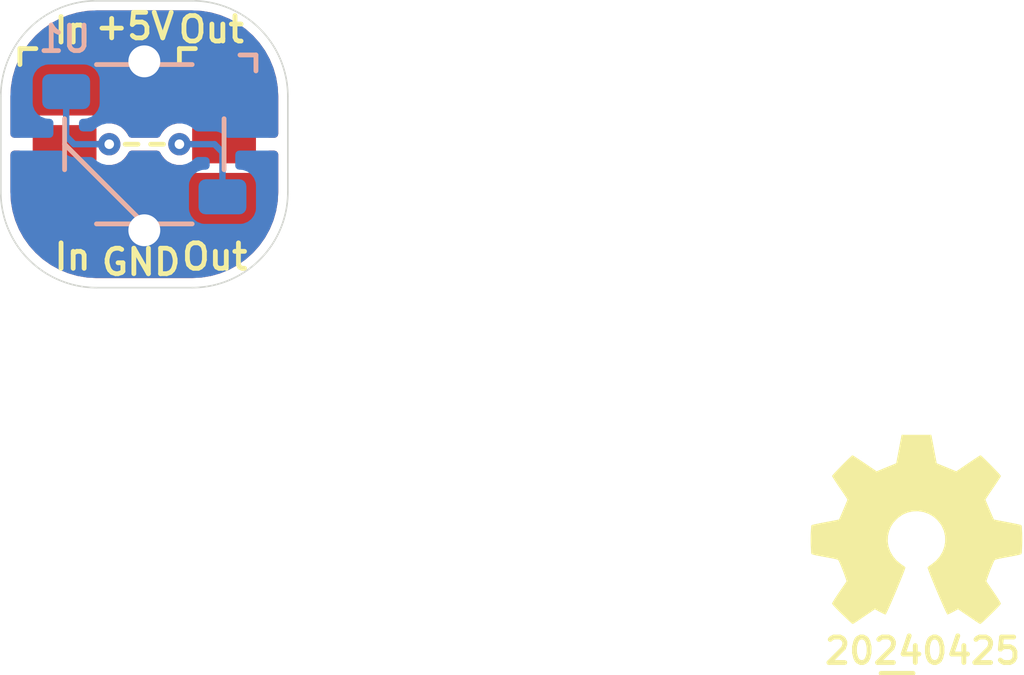
<source format=kicad_pcb>
(kicad_pcb (version 20221018) (generator pcbnew)
  (layers (0 "F.Cu" mixed) (31 "B.Cu" mixed) (34 "B.Paste" user) (35 "F.Paste" user) (36 "B.SilkS" user "B.Silkscreen") (37 "F.SilkS" user "F.Silkscreen") (38 "B.Mask" user) (39 "F.Mask" user) (44 "Edge.Cuts" user))
  (net 0 "")
  (net 1 "VDD")
  (net 2 "/In")
  (net 3 "VSS")
  (net 4 "/Out")
  (footprint "SquantorLabels:Label_Generic" (layer "F.Cu") (at 138.1 91.5)
    (fp_text reference "N1" hide)
    (fp_text value "20240425" (at 0.8 -0.1) (layer "F.SilkS") (effects (font (size 0.8 0.8))))
    (fp_line (start -0.5 0.6) (end 0.5 0.6) (stroke (width 0.15)) (layer "F.SilkS"))
  )
  (footprint "Symbol:OSHW-Symbol_6.7x6mm_SilkScreen" (layer "F.Cu") (at 138.7 87.6)
    (fp_text reference "N2" hide)
    (fp_text value "OHWLOGO" hide)
    (fp_poly (pts (xy 0.555814 -2.531069) (xy 0.639635 -2.086445) (xy 0.94892 -1.958947) (xy 1.258206 -1.831449) (xy 1.629246 -2.083754) (xy 1.733157 -2.154004) (xy 1.827087 -2.216728) (xy 1.906652 -2.269062) (xy 1.96747 -2.308143) (xy 2.005157 -2.331107) (xy 2.015421 -2.336058) (xy 2.03391 -2.323324) (xy 2.07342 -2.288118) (xy 2.129522 -2.234938) (xy 2.197787 -2.168282) (xy 2.273786 -2.092646) (xy 2.353092 -2.012528) (xy 2.431275 -1.932426) (xy 2.503907 -1.856836) (xy 2.566559 -1.790255) (xy 2.614803 -1.737182) (xy 2.64421 -1.702113) (xy 2.651241 -1.690377) (xy 2.641123 -1.66874) (xy 2.612759 -1.621338) (xy 2.569129 -1.552807) (xy 2.513218 -1.467785) (xy 2.448006 -1.370907) (xy 2.410219 -1.31565) (xy 2.341343 -1.214752) (xy 2.28014 -1.123701) (xy 2.229578 -1.04703) (xy 2.192628 -0.989272) (xy 2.172258 -0.954957) (xy 2.169197 -0.947746) (xy 2.176136 -0.927252) (xy 2.195051 -0.879487) (xy 2.223087 -0.811168) (xy 2.257391 -0.729011) (xy 2.295109 -0.63973) (xy 2.333387 -0.550042) (xy 2.36937 -0.466662) (xy 2.400206 -0.396306) (xy 2.423039 -0.34569) (xy 2.435017 -0.321529) (xy 2.435724 -0.320578) (xy 2.454531 -0.315964) (xy 2.504618 -0.305672) (xy 2.580793 -0.290713) (xy 2.677865 -0.272099) (xy 2.790643 -0.250841) (xy 2.856442 -0.238582) (xy 2.97695 -0.215638) (xy 3.085797 -0.193805) (xy 3.177476 -0.174278) (xy 3.246481 -0.158252) (xy 3.287304 -0.146921) (xy 3.295511 -0.143326) (xy 3.303548 -0.118994) (xy 3.310033 -0.064041) (xy 3.31497 0.015108) (xy 3.318364 0.112026) (xy 3.320218 0.220287) (xy 3.320538 0.333465) (xy 3.319327 0.445135) (xy 3.31659 0.548868) (xy 3.312331 0.638241) (xy 3.306555 0.706826) (xy 3.299267 0.748197) (xy 3.294895 0.75681) (xy 3.268764 0.767133) (xy 3.213393 0.781892) (xy 3.136107 0.799352) (xy 3.04423 0.81778) (xy 3.012158 0.823741) (xy 2.857524 0.852066) (xy 2.735375 0.874876) (xy 2.641673 0.89308) (xy 2.572384 0.907583) (xy 2.523471 0.919292) (xy 2.490897 0.929115) (xy 2.470628 0.937956) (xy 2.458626 0.946724) (xy 2.456947 0.948457) (xy 2.440184 0.976371) (xy 2.414614 1.030695) (xy 2.382788 1.104777) (xy 2.34726 1.191965) (xy 2.310583 1.285608) (xy 2.275311 1.379052) (xy 2.243996 1.465647) (xy 2.219193 1.53874) (xy 2.203454 1.591678) (xy 2.199332 1.617811) (xy 2.199676 1.618726) (xy 2.213641 1.640086) (xy 2.245322 1.687084) (xy 2.291391 1.754827) (xy 2.348518 1.838423) (xy 2.413373 1.932982) (xy 2.431843 1.959854) (xy 2.497699 2.057275) (xy 2.55565 2.146163) (xy 2.602538 2.221412) (xy 2.635207 2.27792) (xy 2.6505 2.310581) (xy 2.651241 2.314593) (xy 2.638392 2.335684) (xy 2.602888 2.377464) (xy 2.549293 2.435445) (xy 2.482171 2.505135) (xy 2.406087 2.582045) (xy 2.325604 2.661683) (xy 2.245287 2.739561) (xy 2.169699 2.811186) (xy 2.103405 2.87207) (xy 2.050969 2.917721) (xy 2.016955 2.94365) (xy 2.007545 2.947883) (xy 1.985643 2.937912) (xy 1.9408 2.91102) (xy 1.880321 2.871736) (xy 1.833789 2.840117) (xy 1.749475 2.782098) (xy 1.649626 2.713784) (xy 1.549473 2.645579) (xy 1.495627 2.609075) (xy 1.313371 2.4858) (xy 1.160381 2.56852) (xy 1.090682 2.604759) (xy 1.031414 2.632926) (xy 0.991311 2.648991) (xy 0.981103 2.651226) (xy 0.968829 2.634722) (xy 0.944613 2.588082) (xy 0.910263 2.515609) (xy 0.867588 2.421606) (xy 0.818394 2.310374) (xy 0.76449 2.186215) (xy 0.707684 2.053432) (xy 0.649782 1.916327) (xy 0.592593 1.779202) (xy 0.537924 1.646358) (xy 0.487584 1.522098) (xy 0.44338 1.410725) (xy 0.407119 1.316539) (xy 0.380609 1.243844) (xy 0.365658 1.196941) (xy 0.363254 1.180833) (xy 0.382311 1.160286) (xy 0.424036 1.126933) (xy 0.479706 1.087702) (xy 0.484378 1.084599) (xy 0.628264 0.969423) (xy 0.744283 0.835053) (xy 0.83143 0.685784) (xy 0.888699 0.525913) (xy 0.915086 0.359737) (xy 0.909585 0.191552) (xy 0.87119 0.025655) (xy 0.798895 -0.133658) (xy 0.777626 -0.168513) (xy 0.666996 -0.309263) (xy 0.536302 -0.422286) (xy 0.390064 -0.506997) (xy 0.232808 -0.562806) (xy 0.069057 -0.589126) (xy -0.096667 -0.58537) (xy -0.259838 -0.55095) (xy -0.415935 -0.485277) (xy -0.560433 -0.387765) (xy -0.605131 -0.348187) (xy -0.718888 -0.224297) (xy -0.801782 -0.093876) (xy -0.858644 0.052315) (xy -0.890313 0.197088) (xy -0.898131 0.35986) (xy -0.872062 0.52344) (xy -0.814755 0.682298) (xy -0.728856 0.830906) (xy -0.617014 0.963735) (xy -0.481877 1.075256) (xy -0.464117 1.087011) (xy -0.40785 1.125508) (xy -0.365077 1.158863) (xy -0.344628 1.18016) (xy -0.344331 1.180833) (xy -0.348721 1.203871) (xy -0.366124 1.256157) (xy -0.394732 1.33339) (xy -0.432735 1.431268) (xy -0.478326 1.545491) (xy -0.529697 1.671758) (xy -0.585038 1.805767) (xy -0.642542 1.943218) (xy -0.700399 2.079808) (xy -0.756802 2.211237) (xy -0.809942 2.333205) (xy -0.85801 2.441409) (xy -0.899199 2.531549) (xy -0.931699 2.599323) (xy -0.953703 2.64043) (xy -0.962564 2.651226) (xy -0.98964 2.642819) (xy -1.040303 2.620272) (xy -1.105817 2.587613) (xy -1.141841 2.56852) (xy -1.294832 2.4858) (xy -1.477088 2.609075) (xy -1.570125 2.672228) (xy -1.671985 2.741727) (xy -1.767438 2.807165) (xy -1.81525 2.840117) (xy -1.882495 2.885273) (xy -1.939436 2.921057) (xy -1.978646 2.942938) (xy -1.991381 2.947563) (xy -2.009917 2.935085) (xy -2.050941 2.900252) (xy -2.110475 2.846678) (xy -2.184542 2.777983) (xy -2.269165 2.697781) (xy -2.322685 2.646286) (xy -2.416319 2.554286) (xy -2.497241 2.471999) (xy -2.562177 2.402945) (xy -2.607858 2.350644) (xy -2.631011 2.318616) (xy -2.633232 2.312116) (xy -2.622924 2.287394) (xy -2.594439 2.237405) (xy -2.550937 2.167212) (xy -2.495577 2.081875) (xy -2.43152 1.986456) (xy -2.413303 1.959854) (xy -2.346927 1.863167) (xy -2.287378 1.776117) (xy -2.237984 1.703595) (xy -2.202075 1.650493) (xy -2.182981 1.621703) (xy -2.181136 1.618726) (xy -2.183895 1.595782) (xy -2.198538 1.545336) (xy -2.222513 1.474041) (xy -2.253266 1.388547) (xy -2.288244 1.295507) (xy -2.324893 1.201574) (xy -2.360661 1.113399) (xy -2.392994 1.037634) (xy -2.419338 0.980931) (xy -2.437142 0.949943) (xy -2.438407 0.948457) (xy -2.449294 0.939601) (xy -2.467682 0.930843) (xy -2.497606 0.921277) (xy -2.543103 0.909996) (xy -2.608209 0.896093) (xy -2.696961 0.878663) (xy -2.813393 0.856798) (xy -2.961542 0.829591) (xy -2.993618 0.823741) (xy -3.088686 0.805374) (xy -3.171565 0.787405) (xy -3.23493 0.771569) (xy -3.271458 0.7596) (xy -3.276356 0.75681) (xy -3.284427 0.732072) (xy -3.290987 0.67679) (xy -3.296033 0.597389) (xy -3.299559 0.500296) (xy -3.301561 0.391938) (xy -3.302036 0.27874) (xy -3.300977 0.167128) (xy -3.298382 0.063529) (xy -3.294246 -0.025632) (xy -3.288563 -0.093928) (xy -3.281331 -0.134934) (xy -3.276971 -0.143326) (xy -3.252698 -0.151792) (xy -3.197426 -0.165565) (xy -3.116662 -0.18345) (xy -3.015912 -0.204252) (xy -2.900683 -0.226777) (xy -2.837902 -0.238582) (xy -2.718787 -0.260849) (xy -2.612565 -0.281021) (xy -2.524427 -0.298085) (xy -2.459566 -0.311031) (xy -2.423174 -0.318845) (xy -2.417184 -0.320578) (xy -2.407061 -0.34011) (xy -2.385662 -0.387157) (xy -2.355839 -0.454997) (xy -2.320445 -0.536909) (xy -2.282332 -0.626172) (xy -2.244353 -0.716065) (xy -2.20936 -0.799865) (xy -2.180206 -0.870853) (xy -2.159743 -0.922306) (xy -2.150823 -0.947503) (xy -2.150657 -0.948604) (xy -2.160769 -0.968481) (xy -2.189117 -1.014223) (xy -2.232723 -1.081283) (xy -2.288606 -1.165116) (xy -2.353787 -1.261174) (xy -2.391679 -1.31635) (xy -2.460725 -1.417519) (xy -2.52205 -1.50937) (xy -2.572663 -1.587256) (xy -2.609571 -1.646531) (xy -2.629782 -1.682549) (xy -2.632701 -1.690623) (xy -2.620153 -1.709416) (xy -2.585463 -1.749543) (xy -2.533063 -1.806507) (xy -2.467384 -1.875815) (xy -2.392856 -1.952969) (xy -2.313913 -2.033475) (xy -2.234983 -2.112837) (xy -2.1605 -2.18656) (xy -2.094894 -2.250148) (xy -2.042596 -2.299106) (xy -2.008039 -2.328939) (xy -1.996478 -2.336058) (xy -1.977654 -2.326047) (xy -1.932631 -2.297922) (xy -1.865787 -2.254546) (xy -1.781499 -2.198782) (xy -1.684144 -2.133494) (xy -1.610707 -2.083754) (xy -1.239667 -1.831449) (xy -0.621095 -2.086445) (xy -0.537275 -2.531069) (xy -0.453454 -2.975693) (xy 0.471994 -2.975693) (xy 0.555814 -2.531069)) (stroke (width 0.01)) (fill solid) (layer "F.SilkS"))
  )
  (footprint "SquantorConnectors:pads-0200-1x03-W012-D020" (layer "F.Cu") (at 117 75.5)
    (fp_text reference "J2" hide)
    (fp_text value "Conn_01x03" hide)
    (fp_line (start -1.4 -3) (end -0.9 -3) (stroke (width 0.15)) (layer "F.SilkS"))
    (fp_line (start -1.4 -2.5) (end -1.4 -3) (stroke (width 0.15)) (layer "F.SilkS"))
    (pad "1" smd roundrect (at 0 -2) (size 2 1.2) (layers "F.Cu" "F.Paste" "F.Mask") (roundrect_rratio 0.3) (net 1 "VDD"))
    (pad "2" smd roundrect (at 0 0) (size 2 1.2) (layers "F.Cu" "F.Paste" "F.Mask") (roundrect_rratio 0.1) (net 4 "/Out"))
    (pad "3" smd roundrect (at 0 2) (size 2 1.2) (layers "F.Cu" "F.Paste" "F.Mask") (roundrect_rratio 0.1) (net 3 "VSS"))
  )
  (footprint "SquantorCapacitor:C_0805+0603" (layer "F.Cu") (at 114.5 75.5 -90)
    (fp_text reference "C1" hide)
    (fp_text value "10u" hide)
    (fp_line (start 0 -0.6) (end 0 -0.2) (stroke (width 0.15)) (layer "F.SilkS"))
    (fp_line (start 0 0.6) (end 0 0.2) (stroke (width 0.15)) (layer "F.SilkS"))
    (pad "1" smd roundrect (at -0.925 0 270) (size 1.15 1.35) (layers "F.Cu" "F.Paste" "F.Mask") (roundrect_rratio 0.2) (net 1 "VDD"))
    (pad "2" smd roundrect (at 0.925 0 270) (size 1.15 1.35) (layers "F.Cu" "F.Paste" "F.Mask") (roundrect_rratio 0.2) (net 3 "VSS"))
  )
  (footprint "SquantorConnectors:pads-0200-1x03-W012-D020" (layer "F.Cu") (at 112 75.5)
    (fp_text reference "J1" hide)
    (fp_text value "Conn_01x03" hide)
    (fp_line (start -1.4 -3) (end -0.9 -3) (stroke (width 0.15)) (layer "F.SilkS"))
    (fp_line (start -1.4 -2.5) (end -1.4 -3) (stroke (width 0.15)) (layer "F.SilkS"))
    (pad "1" smd roundrect (at 0 -2) (size 2 1.2) (layers "F.Cu" "F.Paste" "F.Mask") (roundrect_rratio 0.3) (net 1 "VDD"))
    (pad "2" smd roundrect (at 0 0) (size 2 1.2) (layers "F.Cu" "F.Paste" "F.Mask") (roundrect_rratio 0.1) (net 2 "/In"))
    (pad "3" smd roundrect (at 0 2) (size 2 1.2) (layers "F.Cu" "F.Paste" "F.Mask") (roundrect_rratio 0.1) (net 3 "VSS"))
  )
  (footprint "SquantorOpto:WS2812B" (layer "B.Cu") (at 114.5 75.5 180)
    (fp_text reference "U1" (at 2.5 3.3 unlocked) (layer "B.SilkS") (effects (font (size 0.8 0.8)) (justify mirror)))
    (fp_text value "~")
    (fp_line (start -3.5 2.8) (end -3.5 2.3) (stroke (width 0.15)) (layer "B.SilkS"))
    (fp_line (start -3.5 2.8) (end -3 2.8) (stroke (width 0.15)) (layer "B.SilkS"))
    (fp_line (start -2.5 0.8) (end -2.5 -0.8) (stroke (width 0.15)) (layer "B.SilkS"))
    (fp_line (start -1.5 -2.5) (end 1.5 -2.5) (stroke (width 0.15)) (layer "B.SilkS"))
    (fp_line (start -1.5 2.5) (end 1.5 2.5) (stroke (width 0.15)) (layer "B.SilkS"))
    (fp_line (start 0 -2.5) (end 2.5 0) (stroke (width 0.15)) (layer "B.SilkS"))
    (fp_line (start 2.5 -0.8) (end 2.5 0.8) (stroke (width 0.15)) (layer "B.SilkS"))
    (pad "1" smd roundrect (at -2.45 1.65 180) (size 1.5 1.1) (layers "B.Cu" "B.Paste" "B.Mask") (roundrect_rratio 0.2) (net 1 "VDD"))
    (pad "2" smd roundrect (at -2.45 -1.65 180) (size 1.5 1.1) (layers "B.Cu" "B.Paste" "B.Mask") (roundrect_rratio 0.2) (net 4 "/Out"))
    (pad "3" smd roundrect (at 2.45 -1.65 180) (size 1.5 1.1) (layers "B.Cu" "B.Paste" "B.Mask") (roundrect_rratio 0.2) (net 3 "VSS"))
    (pad "4" smd roundrect (at 2.45 1.65 180) (size 1.5 1.1) (layers "B.Cu" "B.Paste" "B.Mask") (roundrect_rratio 0.2) (net 2 "/In"))
  )
  (gr_line (start 116 80) (end 113 80) (stroke (width 0.05)) (layer "Edge.Cuts"))
  (gr_line (start 119 74) (end 119 77) (stroke (width 0.05)) (layer "Edge.Cuts"))
  (gr_line (start 110 77) (end 110 74) (stroke (width 0.05)) (layer "Edge.Cuts"))
  (gr_arc (start 113 80) (mid 110.87868 79.12132) (end 110 77) (stroke (width 0.05)) (layer "Edge.Cuts"))
  (gr_arc (start 110 74) (mid 110.87868 71.87868) (end 113 71) (stroke (width 0.05)) (layer "Edge.Cuts"))
  (gr_arc (start 116 71) (mid 118.12132 71.87868) (end 119 74) (stroke (width 0.05)) (layer "Edge.Cuts"))
  (gr_line (start 113 71) (end 116 71) (stroke (width 0.05)) (layer "Edge.Cuts"))
  (gr_arc (start 119 77) (mid 118.12132 79.12132) (end 116 80) (stroke (width 0.05)) (layer "Edge.Cuts"))
  (gr_text "In" (at 111.6 79.5) (layer "F.SilkS") (effects (font (size 0.8 0.8) (thickness 0.15) bold) (justify left bottom)))
  (gr_text "In" (at 111.6 72.4) (layer "F.SilkS") (effects (font (size 0.8 0.8) (thickness 0.15) bold) (justify left bottom)))
  (gr_text "Out" (at 116.6 71.9) (layer "F.SilkS") (effects (font (size 0.8 0.8) (thickness 0.15) bold)))
  (gr_text "GND" (at 114.4 79.2) (layer "F.SilkS") (effects (font (size 0.8 0.8) (thickness 0.15) bold)))
  (gr_text "Out" (at 115.6 79.5) (layer "F.SilkS") (effects (font (size 0.8 0.8) (thickness 0.15) bold) (justify left bottom)))
  (gr_text "+5V" (at 114.2 71.8) (layer "F.SilkS") (effects (font (size 0.8 0.8) (thickness 0.15) bold)))
  (segment (start 114.5 73.9) (end 115.3 73.9) (width 1) (layer "F.Cu") (net 1))
  (segment (start 112 73.5) (end 113.3 73.5) (width 1) (layer "F.Cu") (net 1))
  (segment (start 115.7 73.5) (end 117 73.5) (width 1) (layer "F.Cu") (net 1))
  (segment (start 115.3 73.9) (end 115.7 73.5) (width 1) (layer "F.Cu") (net 1))
  (segment (start 113.7 73.9) (end 114.5 73.9) (width 1) (layer "F.Cu") (net 1))
  (segment (start 113.3 73.5) (end 113.7 73.9) (width 1) (layer "F.Cu") (net 1))
  (segment (start 114.5 72.9) (end 114.5 74.575) (width 1) (layer "F.Cu") (net 1))
  (via (at 114.5 72.9) (size 1.4) (drill 1) (layers "F.Cu" "B.Cu") (net 1))
  (segment (start 114.5 72.9) (end 115.45 73.85) (width 1) (layer "B.Cu") (net 1))
  (segment (start 115.45 73.85) (end 116.95 73.85) (width 1) (layer "B.Cu") (net 1))
  (segment (start 112 75.5) (end 113.4 75.5) (width 0.2) (layer "F.Cu") (net 2))
  (via (at 113.4 75.5) (size 0.7) (drill 0.3) (layers "F.Cu" "B.Cu") (net 2))
  (segment (start 112.05 75.25) (end 112.05 73.85) (width 0.2) (layer "B.Cu") (net 2))
  (segment (start 113.4 75.5) (end 112.3 75.5) (width 0.2) (layer "B.Cu") (net 2))
  (segment (start 112.3 75.5) (end 112.05 75.25) (width 0.2) (layer "B.Cu") (net 2))
  (segment (start 115.7 77.5) (end 117 77.5) (width 1) (layer "F.Cu") (net 3))
  (segment (start 114.5 78.2) (end 114.5 77.1) (width 1) (layer "F.Cu") (net 3))
  (segment (start 113.3 77.5) (end 113.7 77.1) (width 1) (layer "F.Cu") (net 3))
  (segment (start 115.3 77.1) (end 115.7 77.5) (width 1) (layer "F.Cu") (net 3))
  (segment (start 113.7 77.1) (end 114.5 77.1) (width 1) (layer "F.Cu") (net 3))
  (segment (start 112 77.5) (end 113.3 77.5) (width 1) (layer "F.Cu") (net 3))
  (segment (start 114.5 77.1) (end 115.3 77.1) (width 1) (layer "F.Cu") (net 3))
  (via (at 114.5 78.2) (size 1.4) (drill 1) (layers "F.Cu" "B.Cu") (net 3))
  (segment (start 112.05 77.15) (end 113.45 77.15) (width 1) (layer "B.Cu") (net 3))
  (segment (start 113.45 77.15) (end 114.5 78.2) (width 1) (layer "B.Cu") (net 3))
  (segment (start 117 75.5) (end 115.6 75.5) (width 0.2) (layer "F.Cu") (net 4))
  (via (at 115.6 75.5) (size 0.7) (drill 0.3) (layers "F.Cu" "B.Cu") (net 4))
  (segment (start 116.7 75.5) (end 116.95 75.75) (width 0.2) (layer "B.Cu") (net 4))
  (segment (start 116.95 75.75) (end 116.95 77.15) (width 0.2) (layer "B.Cu") (net 4))
  (segment (start 115.6 75.5) (end 116.7 75.5) (width 0.2) (layer "B.Cu") (net 4))
  (zone (net 3) (net_name "VSS") (layers "F&B.Cu") (priority 1) (connect_pads yes (clearance 0.3)) (min_thickness 0.25) (fill yes (thermal_gap 0.2) (thermal_bridge_width 0.4))
    (polygon (pts (xy 110 75.7) (xy 119 75.7) (xy 119 80) (xy 110 80)))
  )
  (zone (net 1) (net_name "VDD") (layers "F&B.Cu") (priority 2) (connect_pads yes (clearance 0.3)) (min_thickness 0.25) (fill yes (thermal_gap 0.2) (thermal_bridge_width 0.4))
    (polygon (pts (xy 110 75.3) (xy 110 71) (xy 119 71) (xy 119 75.3)))
  )
)
</source>
